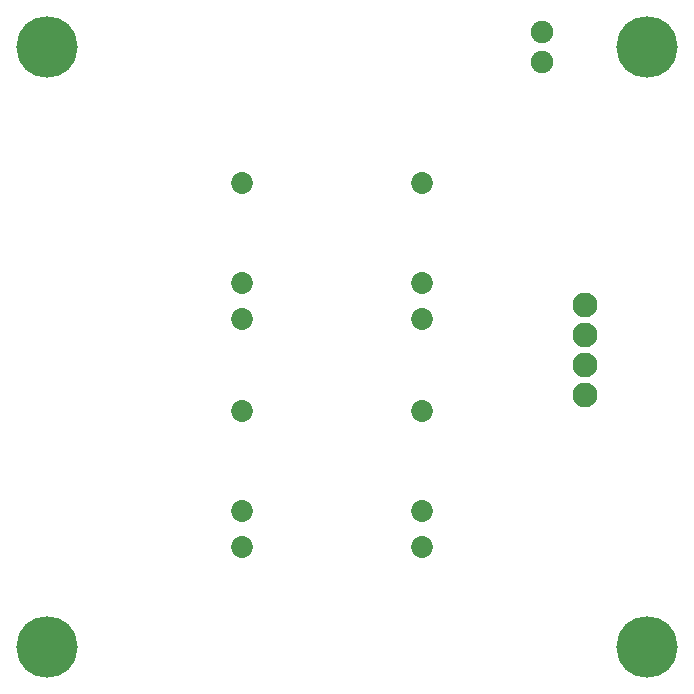
<source format=gbs>
G04 Layer: BottomSolderMaskLayer*
G04 EasyEDA v6.5.22, 2022-12-26 15:03:30*
G04 6014dfcd9050419b8b112a504ac27813,5a6b42c53f6a479593ecc07194224c93,10*
G04 Gerber Generator version 0.2*
G04 Scale: 100 percent, Rotated: No, Reflected: No *
G04 Dimensions in millimeters *
G04 leading zeros omitted , absolute positions ,4 integer and 5 decimal *
%FSLAX45Y45*%
%MOMM*%

%ADD10C,1.8532*%
%ADD11C,5.2032*%
%ADD12C,1.9016*%
%ADD13C,2.1016*%

%LPD*%
D10*
G01*
X2032000Y4309998D03*
G01*
X2032000Y3460013D03*
G01*
X2032000Y3159988D03*
G01*
X3556000Y4309998D03*
G01*
X3556000Y3460013D03*
G01*
X3556000Y3159988D03*
G01*
X2032000Y2379598D03*
G01*
X2032000Y1529613D03*
G01*
X2032000Y1229588D03*
G01*
X3556000Y2379598D03*
G01*
X3556000Y1529613D03*
G01*
X3556000Y1229588D03*
D11*
G01*
X381000Y5461000D03*
G01*
X5461000Y5461000D03*
G01*
X5461000Y381000D03*
G01*
X381000Y381000D03*
D12*
G01*
X4572000Y5588000D03*
G01*
X4572000Y5334000D03*
D13*
G01*
X4931206Y3274161D03*
G01*
X4931206Y2512161D03*
G01*
X4931206Y2766161D03*
G01*
X4931206Y3020161D03*
M02*

</source>
